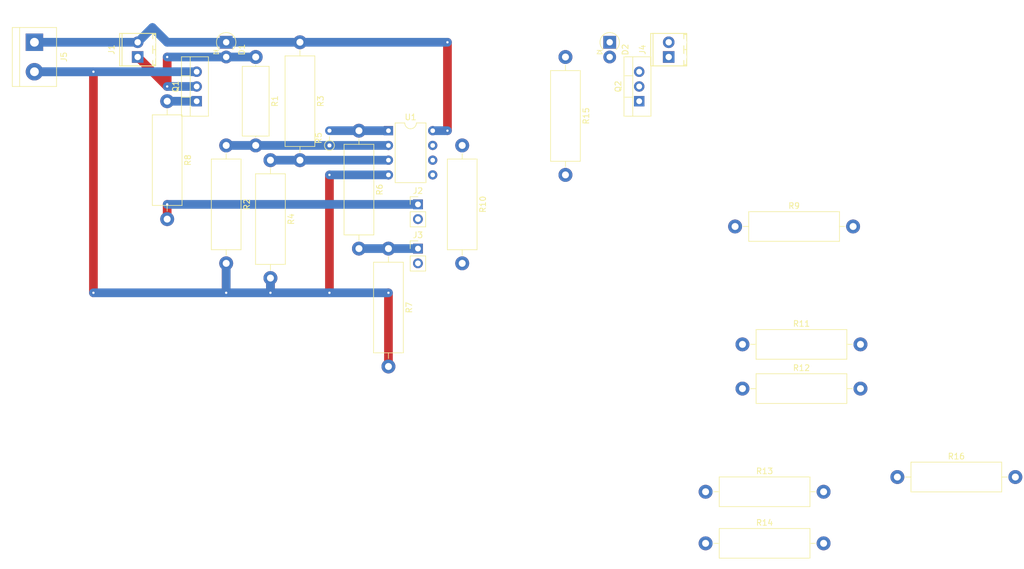
<source format=kicad_pcb>
(kicad_pcb (version 4) (host pcbnew 4.0.7-e2-6376~58~ubuntu14.04.1)

  (general
    (links 43)
    (no_connects 21)
    (area 0 0 0 0)
    (thickness 1.6)
    (drawings 0)
    (tracks 52)
    (zones 0)
    (modules 26)
    (nets 18)
  )

  (page A4)
  (title_block
    (title "Dual coil pendulum driver")
  )

  (layers
    (0 F.Cu signal)
    (31 B.Cu signal)
    (32 B.Adhes user)
    (33 F.Adhes user)
    (34 B.Paste user)
    (35 F.Paste user)
    (36 B.SilkS user)
    (37 F.SilkS user)
    (38 B.Mask user)
    (39 F.Mask user)
    (40 Dwgs.User user)
    (41 Cmts.User user)
    (42 Eco1.User user)
    (43 Eco2.User user)
    (44 Edge.Cuts user)
    (45 Margin user)
    (46 B.CrtYd user)
    (47 F.CrtYd user)
    (48 B.Fab user)
    (49 F.Fab user)
  )

  (setup
    (last_trace_width 1.5)
    (trace_clearance 0.2)
    (zone_clearance 0.508)
    (zone_45_only no)
    (trace_min 0.2)
    (segment_width 0.2)
    (edge_width 0.15)
    (via_size 0.6)
    (via_drill 0.4)
    (via_min_size 0.4)
    (via_min_drill 0.3)
    (uvia_size 0.3)
    (uvia_drill 0.1)
    (uvias_allowed no)
    (uvia_min_size 0.2)
    (uvia_min_drill 0.1)
    (pcb_text_width 0.3)
    (pcb_text_size 1.5 1.5)
    (mod_edge_width 0.15)
    (mod_text_size 1 1)
    (mod_text_width 0.15)
    (pad_size 1.524 1.524)
    (pad_drill 0.762)
    (pad_to_mask_clearance 0.2)
    (aux_axis_origin 0 0)
    (visible_elements FFFFFF7F)
    (pcbplotparams
      (layerselection 0x00030_80000001)
      (usegerberextensions false)
      (excludeedgelayer true)
      (linewidth 0.100000)
      (plotframeref false)
      (viasonmask false)
      (mode 1)
      (useauxorigin false)
      (hpglpennumber 1)
      (hpglpenspeed 20)
      (hpglpendiameter 15)
      (hpglpenoverlay 2)
      (psnegative false)
      (psa4output false)
      (plotreference true)
      (plotvalue true)
      (plotinvisibletext false)
      (padsonsilk false)
      (subtractmaskfromsilk false)
      (outputformat 1)
      (mirror false)
      (drillshape 1)
      (scaleselection 1)
      (outputdirectory ""))
  )

  (net 0 "")
  (net 1 VCC)
  (net 2 "Net-(D1-Pad2)")
  (net 3 "Net-(D2-Pad2)")
  (net 4 "Net-(J2-Pad1)")
  (net 5 "Net-(J2-Pad2)")
  (net 6 "Net-(J3-Pad1)")
  (net 7 "Net-(J3-Pad2)")
  (net 8 GND)
  (net 9 "Net-(Q1-Pad1)")
  (net 10 "Net-(Q2-Pad1)")
  (net 11 "Net-(Q2-Pad2)")
  (net 12 "Net-(R1-Pad2)")
  (net 13 "Net-(R3-Pad2)")
  (net 14 "Net-(R5-Pad2)")
  (net 15 "Net-(R10-Pad1)")
  (net 16 "Net-(R12-Pad2)")
  (net 17 "Net-(R15-Pad2)")

  (net_class Default "This is the default net class."
    (clearance 0.2)
    (trace_width 1.5)
    (via_dia 0.6)
    (via_drill 0.4)
    (uvia_dia 0.3)
    (uvia_drill 0.1)
    (add_net GND)
    (add_net "Net-(D1-Pad2)")
    (add_net "Net-(D2-Pad2)")
    (add_net "Net-(J2-Pad1)")
    (add_net "Net-(J2-Pad2)")
    (add_net "Net-(J3-Pad1)")
    (add_net "Net-(J3-Pad2)")
    (add_net "Net-(Q1-Pad1)")
    (add_net "Net-(Q2-Pad1)")
    (add_net "Net-(Q2-Pad2)")
    (add_net "Net-(R1-Pad2)")
    (add_net "Net-(R10-Pad1)")
    (add_net "Net-(R12-Pad2)")
    (add_net "Net-(R15-Pad2)")
    (add_net "Net-(R3-Pad2)")
    (add_net "Net-(R5-Pad2)")
    (add_net VCC)
  )

  (module Resistors_THT:R_Axial_DIN0516_L15.5mm_D5.0mm_P20.32mm_Horizontal (layer F.Cu) (tedit 5874F706) (tstamp 5A0FF8FB)
    (at 116.84 76.2 270)
    (descr "Resistor, Axial_DIN0516 series, Axial, Horizontal, pin pitch=20.32mm, 2W, length*diameter=15.5*5mm^2, http://cdn-reichelt.de/documents/datenblatt/B400/1_4W%23YAG.pdf")
    (tags "Resistor Axial_DIN0516 series Axial Horizontal pin pitch 20.32mm 2W length 15.5mm diameter 5mm")
    (path /5A0DE32A)
    (fp_text reference R3 (at 10.16 -3.56 270) (layer F.SilkS)
      (effects (font (size 1 1) (thickness 0.15)))
    )
    (fp_text value 1k (at 10.16 3.56 270) (layer F.Fab)
      (effects (font (size 1 1) (thickness 0.15)))
    )
    (fp_line (start 2.41 -2.5) (end 2.41 2.5) (layer F.Fab) (width 0.1))
    (fp_line (start 2.41 2.5) (end 17.91 2.5) (layer F.Fab) (width 0.1))
    (fp_line (start 17.91 2.5) (end 17.91 -2.5) (layer F.Fab) (width 0.1))
    (fp_line (start 17.91 -2.5) (end 2.41 -2.5) (layer F.Fab) (width 0.1))
    (fp_line (start 0 0) (end 2.41 0) (layer F.Fab) (width 0.1))
    (fp_line (start 20.32 0) (end 17.91 0) (layer F.Fab) (width 0.1))
    (fp_line (start 2.35 -2.56) (end 2.35 2.56) (layer F.SilkS) (width 0.12))
    (fp_line (start 2.35 2.56) (end 17.97 2.56) (layer F.SilkS) (width 0.12))
    (fp_line (start 17.97 2.56) (end 17.97 -2.56) (layer F.SilkS) (width 0.12))
    (fp_line (start 17.97 -2.56) (end 2.35 -2.56) (layer F.SilkS) (width 0.12))
    (fp_line (start 1.38 0) (end 2.35 0) (layer F.SilkS) (width 0.12))
    (fp_line (start 18.94 0) (end 17.97 0) (layer F.SilkS) (width 0.12))
    (fp_line (start -1.45 -2.85) (end -1.45 2.85) (layer F.CrtYd) (width 0.05))
    (fp_line (start -1.45 2.85) (end 21.8 2.85) (layer F.CrtYd) (width 0.05))
    (fp_line (start 21.8 2.85) (end 21.8 -2.85) (layer F.CrtYd) (width 0.05))
    (fp_line (start 21.8 -2.85) (end -1.45 -2.85) (layer F.CrtYd) (width 0.05))
    (pad 1 thru_hole circle (at 0 0 270) (size 2.4 2.4) (drill 1.2) (layers *.Cu *.Mask)
      (net 1 VCC))
    (pad 2 thru_hole oval (at 20.32 0 270) (size 2.4 2.4) (drill 1.2) (layers *.Cu *.Mask)
      (net 13 "Net-(R3-Pad2)"))
    (model ${KISYS3DMOD}/Resistors_THT.3dshapes/R_Axial_DIN0516_L15.5mm_D5.0mm_P20.32mm_Horizontal.wrl
      (at (xyz 0 0 0))
      (scale (xyz 0.393701 0.393701 0.393701))
      (rotate (xyz 0 0 0))
    )
  )

  (module Diodes_THT:D_DO-41_SOD81_P2.54mm_Vertical_AnodeUp (layer F.Cu) (tedit 5921392F) (tstamp 5A0FF8B3)
    (at 104.14 76.2 270)
    (descr "D, DO-41_SOD81 series, Axial, Vertical, pin pitch=2.54mm, , length*diameter=5.2*2.7mm^2, , http://www.diodes.com/_files/packages/DO-41%20(Plastic).pdf")
    (tags "D DO-41_SOD81 series Axial Vertical pin pitch 2.54mm  length 5.2mm diameter 2.7mm")
    (path /5A0E5CE7)
    (fp_text reference D1 (at 1.27 -2.690635 270) (layer F.SilkS)
      (effects (font (size 1 1) (thickness 0.15)))
    )
    (fp_text value D (at 1.27 3.579635 270) (layer F.Fab)
      (effects (font (size 1 1) (thickness 0.15)))
    )
    (fp_text user K (at -2.390635 0 270) (layer F.Fab)
      (effects (font (size 1 1) (thickness 0.15)))
    )
    (fp_text user %R (at 1.27 0 270) (layer F.Fab)
      (effects (font (size 1 1) (thickness 0.15)))
    )
    (fp_line (start 0 0) (end 2.54 0) (layer F.Fab) (width 0.1))
    (fp_line (start 1.397 1.28) (end 1.397 2.169) (layer F.SilkS) (width 0.12))
    (fp_line (start 1.397 1.7245) (end 1.989667 1.28) (layer F.SilkS) (width 0.12))
    (fp_line (start 1.989667 1.28) (end 1.989667 2.169) (layer F.SilkS) (width 0.12))
    (fp_line (start 1.989667 2.169) (end 1.397 1.7245) (layer F.SilkS) (width 0.12))
    (fp_line (start -1.7 -1.95) (end -1.7 1.95) (layer F.CrtYd) (width 0.05))
    (fp_line (start -1.7 1.95) (end 3.95 1.95) (layer F.CrtYd) (width 0.05))
    (fp_line (start 3.95 1.95) (end 3.95 -1.95) (layer F.CrtYd) (width 0.05))
    (fp_line (start 3.95 -1.95) (end -1.7 -1.95) (layer F.CrtYd) (width 0.05))
    (fp_circle (center 0 0) (end 1.35 0) (layer F.Fab) (width 0.1))
    (fp_arc (start 0 0) (end 1.257516 -1.1) (angle -276.1) (layer F.SilkS) (width 0.12))
    (pad 1 thru_hole rect (at 0 0 270) (size 2.2 2.2) (drill 1.1) (layers *.Cu *.Mask)
      (net 1 VCC))
    (pad 2 thru_hole oval (at 2.54 0 270) (size 2.2 2.2) (drill 1.1) (layers *.Cu *.Mask)
      (net 2 "Net-(D1-Pad2)"))
    (model ${KISYS3DMOD}/Diodes_THT.3dshapes/D_DO-41_SOD81_P2.54mm_Vertical_AnodeUp.wrl
      (at (xyz 0 0 0))
      (scale (xyz 0.393701 0.393701 0.393701))
      (rotate (xyz 0 0 0))
    )
  )

  (module Diodes_THT:D_DO-41_SOD81_P2.54mm_Vertical_AnodeUp (layer F.Cu) (tedit 5921392F) (tstamp 5A0FF8B9)
    (at 170.18 76.2 270)
    (descr "D, DO-41_SOD81 series, Axial, Vertical, pin pitch=2.54mm, , length*diameter=5.2*2.7mm^2, , http://www.diodes.com/_files/packages/DO-41%20(Plastic).pdf")
    (tags "D DO-41_SOD81 series Axial Vertical pin pitch 2.54mm  length 5.2mm diameter 2.7mm")
    (path /5A0FE2D9)
    (fp_text reference D2 (at 1.27 -2.690635 270) (layer F.SilkS)
      (effects (font (size 1 1) (thickness 0.15)))
    )
    (fp_text value D (at 1.27 3.579635 270) (layer F.Fab)
      (effects (font (size 1 1) (thickness 0.15)))
    )
    (fp_text user K (at -2.390635 0 270) (layer F.Fab)
      (effects (font (size 1 1) (thickness 0.15)))
    )
    (fp_text user %R (at 1.27 0 270) (layer F.Fab)
      (effects (font (size 1 1) (thickness 0.15)))
    )
    (fp_line (start 0 0) (end 2.54 0) (layer F.Fab) (width 0.1))
    (fp_line (start 1.397 1.28) (end 1.397 2.169) (layer F.SilkS) (width 0.12))
    (fp_line (start 1.397 1.7245) (end 1.989667 1.28) (layer F.SilkS) (width 0.12))
    (fp_line (start 1.989667 1.28) (end 1.989667 2.169) (layer F.SilkS) (width 0.12))
    (fp_line (start 1.989667 2.169) (end 1.397 1.7245) (layer F.SilkS) (width 0.12))
    (fp_line (start -1.7 -1.95) (end -1.7 1.95) (layer F.CrtYd) (width 0.05))
    (fp_line (start -1.7 1.95) (end 3.95 1.95) (layer F.CrtYd) (width 0.05))
    (fp_line (start 3.95 1.95) (end 3.95 -1.95) (layer F.CrtYd) (width 0.05))
    (fp_line (start 3.95 -1.95) (end -1.7 -1.95) (layer F.CrtYd) (width 0.05))
    (fp_circle (center 0 0) (end 1.35 0) (layer F.Fab) (width 0.1))
    (fp_arc (start 0 0) (end 1.257516 -1.1) (angle -276.1) (layer F.SilkS) (width 0.12))
    (pad 1 thru_hole rect (at 0 0 270) (size 2.2 2.2) (drill 1.1) (layers *.Cu *.Mask)
      (net 1 VCC))
    (pad 2 thru_hole oval (at 2.54 0 270) (size 2.2 2.2) (drill 1.1) (layers *.Cu *.Mask)
      (net 3 "Net-(D2-Pad2)"))
    (model ${KISYS3DMOD}/Diodes_THT.3dshapes/D_DO-41_SOD81_P2.54mm_Vertical_AnodeUp.wrl
      (at (xyz 0 0 0))
      (scale (xyz 0.393701 0.393701 0.393701))
      (rotate (xyz 0 0 0))
    )
  )

  (module TerminalBlocks_Phoenix:TerminalBlock_Phoenix_MPT-2.54mm_2pol (layer F.Cu) (tedit 59FF0755) (tstamp 5A0FF8C1)
    (at 88.9 78.74 90)
    (descr "2-way 2.54mm pitch terminal block, Phoenix MPT series")
    (path /5A0DE6BD)
    (fp_text reference J1 (at 1.27 -4.50088 90) (layer F.SilkS)
      (effects (font (size 1 1) (thickness 0.15)))
    )
    (fp_text value Screw_Terminal_01x02 (at 1.27 4.50088 90) (layer F.Fab)
      (effects (font (size 1 1) (thickness 0.15)))
    )
    (fp_text user %R (at 1.27 1.045 90) (layer F.Fab)
      (effects (font (size 1 1) (thickness 0.15)))
    )
    (fp_line (start -1.7 -3.3) (end 4.3 -3.3) (layer F.CrtYd) (width 0.05))
    (fp_line (start -1.7 3.3) (end -1.7 -3.3) (layer F.CrtYd) (width 0.05))
    (fp_line (start 4.3 3.3) (end -1.7 3.3) (layer F.CrtYd) (width 0.05))
    (fp_line (start 4.3 -3.3) (end 4.3 3.3) (layer F.CrtYd) (width 0.05))
    (fp_line (start 4.06908 2.60096) (end -1.52908 2.60096) (layer F.SilkS) (width 0.15))
    (fp_line (start -1.33096 3.0988) (end -1.33096 2.60096) (layer F.SilkS) (width 0.15))
    (fp_line (start 3.87096 2.60096) (end 3.87096 3.0988) (layer F.SilkS) (width 0.15))
    (fp_line (start 1.27 3.0988) (end 1.27 2.60096) (layer F.SilkS) (width 0.15))
    (fp_line (start -1.52908 -2.70002) (end 4.06908 -2.70002) (layer F.SilkS) (width 0.15))
    (fp_line (start -1.52908 3.0988) (end 4.06908 3.0988) (layer F.SilkS) (width 0.15))
    (fp_line (start 4.06908 3.0988) (end 4.06908 -3.0988) (layer F.SilkS) (width 0.15))
    (fp_line (start 4.06908 -3.0988) (end -1.52908 -3.0988) (layer F.SilkS) (width 0.15))
    (fp_line (start -1.52908 -3.0988) (end -1.52908 3.0988) (layer F.SilkS) (width 0.15))
    (pad 2 thru_hole oval (at 2.54 0 90) (size 1.99898 1.99898) (drill 1.09728) (layers *.Cu *.Mask)
      (net 1 VCC))
    (pad 1 thru_hole rect (at 0 0 90) (size 1.99898 1.99898) (drill 1.09728) (layers *.Cu *.Mask)
      (net 2 "Net-(D1-Pad2)"))
    (pad "" np_thru_hole circle (at 0 2.54 90) (size 1.1 1.1) (drill 1.1) (layers *.Cu *.Mask))
    (pad "" np_thru_hole circle (at 2.54 2.54 90) (size 1.1 1.1) (drill 1.1) (layers *.Cu *.Mask))
    (model ${KISYS3DMOD}/TerminalBlock_Phoenix.3dshapes/TerminalBlock_Phoenix_MPT-2.54mm_2pol.wrl
      (at (xyz 0.05 0 0))
      (scale (xyz 1 1 1))
      (rotate (xyz 0 0 0))
    )
  )

  (module Socket_Strips:Socket_Strip_Straight_1x02_Pitch2.54mm (layer F.Cu) (tedit 58CD5446) (tstamp 5A0FF8C7)
    (at 137.16 104.14)
    (descr "Through hole straight socket strip, 1x02, 2.54mm pitch, single row")
    (tags "Through hole socket strip THT 1x02 2.54mm single row")
    (path /5A1004C8)
    (fp_text reference J2 (at 0 -2.33) (layer F.SilkS)
      (effects (font (size 1 1) (thickness 0.15)))
    )
    (fp_text value Conn_01x02_Female (at 0 4.87) (layer F.Fab)
      (effects (font (size 1 1) (thickness 0.15)))
    )
    (fp_line (start -1.27 -1.27) (end -1.27 3.81) (layer F.Fab) (width 0.1))
    (fp_line (start -1.27 3.81) (end 1.27 3.81) (layer F.Fab) (width 0.1))
    (fp_line (start 1.27 3.81) (end 1.27 -1.27) (layer F.Fab) (width 0.1))
    (fp_line (start 1.27 -1.27) (end -1.27 -1.27) (layer F.Fab) (width 0.1))
    (fp_line (start -1.33 1.27) (end -1.33 3.87) (layer F.SilkS) (width 0.12))
    (fp_line (start -1.33 3.87) (end 1.33 3.87) (layer F.SilkS) (width 0.12))
    (fp_line (start 1.33 3.87) (end 1.33 1.27) (layer F.SilkS) (width 0.12))
    (fp_line (start 1.33 1.27) (end -1.33 1.27) (layer F.SilkS) (width 0.12))
    (fp_line (start -1.33 0) (end -1.33 -1.33) (layer F.SilkS) (width 0.12))
    (fp_line (start -1.33 -1.33) (end 0 -1.33) (layer F.SilkS) (width 0.12))
    (fp_line (start -1.8 -1.8) (end -1.8 4.35) (layer F.CrtYd) (width 0.05))
    (fp_line (start -1.8 4.35) (end 1.8 4.35) (layer F.CrtYd) (width 0.05))
    (fp_line (start 1.8 4.35) (end 1.8 -1.8) (layer F.CrtYd) (width 0.05))
    (fp_line (start 1.8 -1.8) (end -1.8 -1.8) (layer F.CrtYd) (width 0.05))
    (fp_text user %R (at 0 -2.33) (layer F.Fab)
      (effects (font (size 1 1) (thickness 0.15)))
    )
    (pad 1 thru_hole rect (at 0 0) (size 1.7 1.7) (drill 1) (layers *.Cu *.Mask)
      (net 4 "Net-(J2-Pad1)"))
    (pad 2 thru_hole oval (at 0 2.54) (size 1.7 1.7) (drill 1) (layers *.Cu *.Mask)
      (net 5 "Net-(J2-Pad2)"))
    (model ${KISYS3DMOD}/Socket_Strips.3dshapes/Socket_Strip_Straight_1x02_Pitch2.54mm.wrl
      (at (xyz 0 -0.05 0))
      (scale (xyz 1 1 1))
      (rotate (xyz 0 0 270))
    )
  )

  (module Socket_Strips:Socket_Strip_Straight_1x02_Pitch2.54mm (layer F.Cu) (tedit 58CD5446) (tstamp 5A0FF8CD)
    (at 137.16 111.76)
    (descr "Through hole straight socket strip, 1x02, 2.54mm pitch, single row")
    (tags "Through hole socket strip THT 1x02 2.54mm single row")
    (path /5A10043F)
    (fp_text reference J3 (at 0 -2.33) (layer F.SilkS)
      (effects (font (size 1 1) (thickness 0.15)))
    )
    (fp_text value Conn_01x02_Female (at 0 4.87) (layer F.Fab)
      (effects (font (size 1 1) (thickness 0.15)))
    )
    (fp_line (start -1.27 -1.27) (end -1.27 3.81) (layer F.Fab) (width 0.1))
    (fp_line (start -1.27 3.81) (end 1.27 3.81) (layer F.Fab) (width 0.1))
    (fp_line (start 1.27 3.81) (end 1.27 -1.27) (layer F.Fab) (width 0.1))
    (fp_line (start 1.27 -1.27) (end -1.27 -1.27) (layer F.Fab) (width 0.1))
    (fp_line (start -1.33 1.27) (end -1.33 3.87) (layer F.SilkS) (width 0.12))
    (fp_line (start -1.33 3.87) (end 1.33 3.87) (layer F.SilkS) (width 0.12))
    (fp_line (start 1.33 3.87) (end 1.33 1.27) (layer F.SilkS) (width 0.12))
    (fp_line (start 1.33 1.27) (end -1.33 1.27) (layer F.SilkS) (width 0.12))
    (fp_line (start -1.33 0) (end -1.33 -1.33) (layer F.SilkS) (width 0.12))
    (fp_line (start -1.33 -1.33) (end 0 -1.33) (layer F.SilkS) (width 0.12))
    (fp_line (start -1.8 -1.8) (end -1.8 4.35) (layer F.CrtYd) (width 0.05))
    (fp_line (start -1.8 4.35) (end 1.8 4.35) (layer F.CrtYd) (width 0.05))
    (fp_line (start 1.8 4.35) (end 1.8 -1.8) (layer F.CrtYd) (width 0.05))
    (fp_line (start 1.8 -1.8) (end -1.8 -1.8) (layer F.CrtYd) (width 0.05))
    (fp_text user %R (at 0 -2.33) (layer F.Fab)
      (effects (font (size 1 1) (thickness 0.15)))
    )
    (pad 1 thru_hole rect (at 0 0) (size 1.7 1.7) (drill 1) (layers *.Cu *.Mask)
      (net 6 "Net-(J3-Pad1)"))
    (pad 2 thru_hole oval (at 0 2.54) (size 1.7 1.7) (drill 1) (layers *.Cu *.Mask)
      (net 7 "Net-(J3-Pad2)"))
    (model ${KISYS3DMOD}/Socket_Strips.3dshapes/Socket_Strip_Straight_1x02_Pitch2.54mm.wrl
      (at (xyz 0 -0.05 0))
      (scale (xyz 1 1 1))
      (rotate (xyz 0 0 270))
    )
  )

  (module TerminalBlocks_Phoenix:TerminalBlock_Phoenix_MPT-2.54mm_2pol (layer F.Cu) (tedit 59FF0755) (tstamp 5A0FF8D5)
    (at 180.34 78.74 90)
    (descr "2-way 2.54mm pitch terminal block, Phoenix MPT series")
    (path /5A0FD45C)
    (fp_text reference J4 (at 1.27 -4.50088 90) (layer F.SilkS)
      (effects (font (size 1 1) (thickness 0.15)))
    )
    (fp_text value Screw_Terminal_01x02 (at 1.27 4.50088 90) (layer F.Fab)
      (effects (font (size 1 1) (thickness 0.15)))
    )
    (fp_text user %R (at 1.27 1.045 90) (layer F.Fab)
      (effects (font (size 1 1) (thickness 0.15)))
    )
    (fp_line (start -1.7 -3.3) (end 4.3 -3.3) (layer F.CrtYd) (width 0.05))
    (fp_line (start -1.7 3.3) (end -1.7 -3.3) (layer F.CrtYd) (width 0.05))
    (fp_line (start 4.3 3.3) (end -1.7 3.3) (layer F.CrtYd) (width 0.05))
    (fp_line (start 4.3 -3.3) (end 4.3 3.3) (layer F.CrtYd) (width 0.05))
    (fp_line (start 4.06908 2.60096) (end -1.52908 2.60096) (layer F.SilkS) (width 0.15))
    (fp_line (start -1.33096 3.0988) (end -1.33096 2.60096) (layer F.SilkS) (width 0.15))
    (fp_line (start 3.87096 2.60096) (end 3.87096 3.0988) (layer F.SilkS) (width 0.15))
    (fp_line (start 1.27 3.0988) (end 1.27 2.60096) (layer F.SilkS) (width 0.15))
    (fp_line (start -1.52908 -2.70002) (end 4.06908 -2.70002) (layer F.SilkS) (width 0.15))
    (fp_line (start -1.52908 3.0988) (end 4.06908 3.0988) (layer F.SilkS) (width 0.15))
    (fp_line (start 4.06908 3.0988) (end 4.06908 -3.0988) (layer F.SilkS) (width 0.15))
    (fp_line (start 4.06908 -3.0988) (end -1.52908 -3.0988) (layer F.SilkS) (width 0.15))
    (fp_line (start -1.52908 -3.0988) (end -1.52908 3.0988) (layer F.SilkS) (width 0.15))
    (pad 2 thru_hole oval (at 2.54 0 90) (size 1.99898 1.99898) (drill 1.09728) (layers *.Cu *.Mask)
      (net 1 VCC))
    (pad 1 thru_hole rect (at 0 0 90) (size 1.99898 1.99898) (drill 1.09728) (layers *.Cu *.Mask)
      (net 3 "Net-(D2-Pad2)"))
    (pad "" np_thru_hole circle (at 0 2.54 90) (size 1.1 1.1) (drill 1.1) (layers *.Cu *.Mask))
    (pad "" np_thru_hole circle (at 2.54 2.54 90) (size 1.1 1.1) (drill 1.1) (layers *.Cu *.Mask))
    (model ${KISYS3DMOD}/TerminalBlock_Phoenix.3dshapes/TerminalBlock_Phoenix_MPT-2.54mm_2pol.wrl
      (at (xyz 0.05 0 0))
      (scale (xyz 1 1 1))
      (rotate (xyz 0 0 0))
    )
  )

  (module Connectors_Terminal_Blocks:TerminalBlock_bornier-2_P5.08mm (layer F.Cu) (tedit 59FF03AB) (tstamp 5A0FF8DB)
    (at 71.12 76.2 270)
    (descr "simple 2-pin terminal block, pitch 5.08mm, revamped version of bornier2")
    (tags "terminal block bornier2")
    (path /5A100793)
    (fp_text reference J5 (at 2.54 -5.08 270) (layer F.SilkS)
      (effects (font (size 1 1) (thickness 0.15)))
    )
    (fp_text value Screw_Terminal_01x02 (at 2.54 5.08 270) (layer F.Fab)
      (effects (font (size 1 1) (thickness 0.15)))
    )
    (fp_text user %R (at 2.54 0 270) (layer F.Fab)
      (effects (font (size 1 1) (thickness 0.15)))
    )
    (fp_line (start -2.41 2.55) (end 7.49 2.55) (layer F.Fab) (width 0.1))
    (fp_line (start -2.46 -3.75) (end -2.46 3.75) (layer F.Fab) (width 0.1))
    (fp_line (start -2.46 3.75) (end 7.54 3.75) (layer F.Fab) (width 0.1))
    (fp_line (start 7.54 3.75) (end 7.54 -3.75) (layer F.Fab) (width 0.1))
    (fp_line (start 7.54 -3.75) (end -2.46 -3.75) (layer F.Fab) (width 0.1))
    (fp_line (start 7.62 2.54) (end -2.54 2.54) (layer F.SilkS) (width 0.12))
    (fp_line (start 7.62 3.81) (end 7.62 -3.81) (layer F.SilkS) (width 0.12))
    (fp_line (start 7.62 -3.81) (end -2.54 -3.81) (layer F.SilkS) (width 0.12))
    (fp_line (start -2.54 -3.81) (end -2.54 3.81) (layer F.SilkS) (width 0.12))
    (fp_line (start -2.54 3.81) (end 7.62 3.81) (layer F.SilkS) (width 0.12))
    (fp_line (start -2.71 -4) (end 7.79 -4) (layer F.CrtYd) (width 0.05))
    (fp_line (start -2.71 -4) (end -2.71 4) (layer F.CrtYd) (width 0.05))
    (fp_line (start 7.79 4) (end 7.79 -4) (layer F.CrtYd) (width 0.05))
    (fp_line (start 7.79 4) (end -2.71 4) (layer F.CrtYd) (width 0.05))
    (pad 1 thru_hole rect (at 0 0 270) (size 3 3) (drill 1.52) (layers *.Cu *.Mask)
      (net 1 VCC))
    (pad 2 thru_hole circle (at 5.08 0 270) (size 3 3) (drill 1.52) (layers *.Cu *.Mask)
      (net 8 GND))
    (model ${KISYS3DMOD}/Terminal_Blocks.3dshapes/TerminalBlock_bornier-2_P5.08mm.wrl
      (at (xyz 0.1 0 0))
      (scale (xyz 1 1 1))
      (rotate (xyz 0 0 0))
    )
  )

  (module TO_SOT_Packages_THT:TO-220-3_Vertical (layer F.Cu) (tedit 58CE52AD) (tstamp 5A0FF8E2)
    (at 99.06 86.36 90)
    (descr "TO-220-3, Vertical, RM 2.54mm")
    (tags "TO-220-3 Vertical RM 2.54mm")
    (path /5A0FFE3E)
    (fp_text reference Q1 (at 2.54 -3.62 90) (layer F.SilkS)
      (effects (font (size 1 1) (thickness 0.15)))
    )
    (fp_text value IRF540N (at 2.54 3.92 90) (layer F.Fab)
      (effects (font (size 1 1) (thickness 0.15)))
    )
    (fp_text user %R (at 2.54 -3.62 90) (layer F.Fab)
      (effects (font (size 1 1) (thickness 0.15)))
    )
    (fp_line (start -2.46 -2.5) (end -2.46 1.9) (layer F.Fab) (width 0.1))
    (fp_line (start -2.46 1.9) (end 7.54 1.9) (layer F.Fab) (width 0.1))
    (fp_line (start 7.54 1.9) (end 7.54 -2.5) (layer F.Fab) (width 0.1))
    (fp_line (start 7.54 -2.5) (end -2.46 -2.5) (layer F.Fab) (width 0.1))
    (fp_line (start -2.46 -1.23) (end 7.54 -1.23) (layer F.Fab) (width 0.1))
    (fp_line (start 0.69 -2.5) (end 0.69 -1.23) (layer F.Fab) (width 0.1))
    (fp_line (start 4.39 -2.5) (end 4.39 -1.23) (layer F.Fab) (width 0.1))
    (fp_line (start -2.58 -2.62) (end 7.66 -2.62) (layer F.SilkS) (width 0.12))
    (fp_line (start -2.58 2.021) (end 7.66 2.021) (layer F.SilkS) (width 0.12))
    (fp_line (start -2.58 -2.62) (end -2.58 2.021) (layer F.SilkS) (width 0.12))
    (fp_line (start 7.66 -2.62) (end 7.66 2.021) (layer F.SilkS) (width 0.12))
    (fp_line (start -2.58 -1.11) (end 7.66 -1.11) (layer F.SilkS) (width 0.12))
    (fp_line (start 0.69 -2.62) (end 0.69 -1.11) (layer F.SilkS) (width 0.12))
    (fp_line (start 4.391 -2.62) (end 4.391 -1.11) (layer F.SilkS) (width 0.12))
    (fp_line (start -2.71 -2.75) (end -2.71 2.16) (layer F.CrtYd) (width 0.05))
    (fp_line (start -2.71 2.16) (end 7.79 2.16) (layer F.CrtYd) (width 0.05))
    (fp_line (start 7.79 2.16) (end 7.79 -2.75) (layer F.CrtYd) (width 0.05))
    (fp_line (start 7.79 -2.75) (end -2.71 -2.75) (layer F.CrtYd) (width 0.05))
    (pad 1 thru_hole rect (at 0 0 90) (size 1.8 1.8) (drill 1) (layers *.Cu *.Mask)
      (net 9 "Net-(Q1-Pad1)"))
    (pad 2 thru_hole oval (at 2.54 0 90) (size 1.8 1.8) (drill 1) (layers *.Cu *.Mask)
      (net 2 "Net-(D1-Pad2)"))
    (pad 3 thru_hole oval (at 5.08 0 90) (size 1.8 1.8) (drill 1) (layers *.Cu *.Mask)
      (net 8 GND))
    (model ${KISYS3DMOD}/TO_SOT_Packages_THT.3dshapes/TO-220-3_Vertical.wrl
      (at (xyz 0.1 0 0))
      (scale (xyz 0.393701 0.393701 0.393701))
      (rotate (xyz 0 0 0))
    )
  )

  (module TO_SOT_Packages_THT:TO-220-3_Vertical (layer F.Cu) (tedit 58CE52AD) (tstamp 5A0FF8E9)
    (at 175.26 86.36 90)
    (descr "TO-220-3, Vertical, RM 2.54mm")
    (tags "TO-220-3 Vertical RM 2.54mm")
    (path /5A0FFF3F)
    (fp_text reference Q2 (at 2.54 -3.62 90) (layer F.SilkS)
      (effects (font (size 1 1) (thickness 0.15)))
    )
    (fp_text value IRF540N (at 2.54 3.92 90) (layer F.Fab)
      (effects (font (size 1 1) (thickness 0.15)))
    )
    (fp_text user %R (at 2.54 -3.62 90) (layer F.Fab)
      (effects (font (size 1 1) (thickness 0.15)))
    )
    (fp_line (start -2.46 -2.5) (end -2.46 1.9) (layer F.Fab) (width 0.1))
    (fp_line (start -2.46 1.9) (end 7.54 1.9) (layer F.Fab) (width 0.1))
    (fp_line (start 7.54 1.9) (end 7.54 -2.5) (layer F.Fab) (width 0.1))
    (fp_line (start 7.54 -2.5) (end -2.46 -2.5) (layer F.Fab) (width 0.1))
    (fp_line (start -2.46 -1.23) (end 7.54 -1.23) (layer F.Fab) (width 0.1))
    (fp_line (start 0.69 -2.5) (end 0.69 -1.23) (layer F.Fab) (width 0.1))
    (fp_line (start 4.39 -2.5) (end 4.39 -1.23) (layer F.Fab) (width 0.1))
    (fp_line (start -2.58 -2.62) (end 7.66 -2.62) (layer F.SilkS) (width 0.12))
    (fp_line (start -2.58 2.021) (end 7.66 2.021) (layer F.SilkS) (width 0.12))
    (fp_line (start -2.58 -2.62) (end -2.58 2.021) (layer F.SilkS) (width 0.12))
    (fp_line (start 7.66 -2.62) (end 7.66 2.021) (layer F.SilkS) (width 0.12))
    (fp_line (start -2.58 -1.11) (end 7.66 -1.11) (layer F.SilkS) (width 0.12))
    (fp_line (start 0.69 -2.62) (end 0.69 -1.11) (layer F.SilkS) (width 0.12))
    (fp_line (start 4.391 -2.62) (end 4.391 -1.11) (layer F.SilkS) (width 0.12))
    (fp_line (start -2.71 -2.75) (end -2.71 2.16) (layer F.CrtYd) (width 0.05))
    (fp_line (start -2.71 2.16) (end 7.79 2.16) (layer F.CrtYd) (width 0.05))
    (fp_line (start 7.79 2.16) (end 7.79 -2.75) (layer F.CrtYd) (width 0.05))
    (fp_line (start 7.79 -2.75) (end -2.71 -2.75) (layer F.CrtYd) (width 0.05))
    (pad 1 thru_hole rect (at 0 0 90) (size 1.8 1.8) (drill 1) (layers *.Cu *.Mask)
      (net 10 "Net-(Q2-Pad1)"))
    (pad 2 thru_hole oval (at 2.54 0 90) (size 1.8 1.8) (drill 1) (layers *.Cu *.Mask)
      (net 11 "Net-(Q2-Pad2)"))
    (pad 3 thru_hole oval (at 5.08 0 90) (size 1.8 1.8) (drill 1) (layers *.Cu *.Mask)
      (net 8 GND))
    (model ${KISYS3DMOD}/TO_SOT_Packages_THT.3dshapes/TO-220-3_Vertical.wrl
      (at (xyz 0.1 0 0))
      (scale (xyz 0.393701 0.393701 0.393701))
      (rotate (xyz 0 0 0))
    )
  )

  (module Resistors_THT:R_Axial_DIN0516_L15.5mm_D5.0mm_P20.32mm_Horizontal (layer F.Cu) (tedit 5874F706) (tstamp 5A0FF8F5)
    (at 104.14 93.98 270)
    (descr "Resistor, Axial_DIN0516 series, Axial, Horizontal, pin pitch=20.32mm, 2W, length*diameter=15.5*5mm^2, http://cdn-reichelt.de/documents/datenblatt/B400/1_4W%23YAG.pdf")
    (tags "Resistor Axial_DIN0516 series Axial Horizontal pin pitch 20.32mm 2W length 15.5mm diameter 5mm")
    (path /5A0DE375)
    (fp_text reference R2 (at 10.16 -3.56 270) (layer F.SilkS)
      (effects (font (size 1 1) (thickness 0.15)))
    )
    (fp_text value 1k (at 10.16 3.56 270) (layer F.Fab)
      (effects (font (size 1 1) (thickness 0.15)))
    )
    (fp_line (start 2.41 -2.5) (end 2.41 2.5) (layer F.Fab) (width 0.1))
    (fp_line (start 2.41 2.5) (end 17.91 2.5) (layer F.Fab) (width 0.1))
    (fp_line (start 17.91 2.5) (end 17.91 -2.5) (layer F.Fab) (width 0.1))
    (fp_line (start 17.91 -2.5) (end 2.41 -2.5) (layer F.Fab) (width 0.1))
    (fp_line (start 0 0) (end 2.41 0) (layer F.Fab) (width 0.1))
    (fp_line (start 20.32 0) (end 17.91 0) (layer F.Fab) (width 0.1))
    (fp_line (start 2.35 -2.56) (end 2.35 2.56) (layer F.SilkS) (width 0.12))
    (fp_line (start 2.35 2.56) (end 17.97 2.56) (layer F.SilkS) (width 0.12))
    (fp_line (start 17.97 2.56) (end 17.97 -2.56) (layer F.SilkS) (width 0.12))
    (fp_line (start 17.97 -2.56) (end 2.35 -2.56) (layer F.SilkS) (width 0.12))
    (fp_line (start 1.38 0) (end 2.35 0) (layer F.SilkS) (width 0.12))
    (fp_line (start 18.94 0) (end 17.97 0) (layer F.SilkS) (width 0.12))
    (fp_line (start -1.45 -2.85) (end -1.45 2.85) (layer F.CrtYd) (width 0.05))
    (fp_line (start -1.45 2.85) (end 21.8 2.85) (layer F.CrtYd) (width 0.05))
    (fp_line (start 21.8 2.85) (end 21.8 -2.85) (layer F.CrtYd) (width 0.05))
    (fp_line (start 21.8 -2.85) (end -1.45 -2.85) (layer F.CrtYd) (width 0.05))
    (pad 1 thru_hole circle (at 0 0 270) (size 2.4 2.4) (drill 1.2) (layers *.Cu *.Mask)
      (net 12 "Net-(R1-Pad2)"))
    (pad 2 thru_hole oval (at 20.32 0 270) (size 2.4 2.4) (drill 1.2) (layers *.Cu *.Mask)
      (net 8 GND))
    (model ${KISYS3DMOD}/Resistors_THT.3dshapes/R_Axial_DIN0516_L15.5mm_D5.0mm_P20.32mm_Horizontal.wrl
      (at (xyz 0 0 0))
      (scale (xyz 0.393701 0.393701 0.393701))
      (rotate (xyz 0 0 0))
    )
  )

  (module Resistors_THT:R_Axial_DIN0516_L15.5mm_D5.0mm_P20.32mm_Horizontal (layer F.Cu) (tedit 5874F706) (tstamp 5A0FF901)
    (at 111.76 96.52 270)
    (descr "Resistor, Axial_DIN0516 series, Axial, Horizontal, pin pitch=20.32mm, 2W, length*diameter=15.5*5mm^2, http://cdn-reichelt.de/documents/datenblatt/B400/1_4W%23YAG.pdf")
    (tags "Resistor Axial_DIN0516 series Axial Horizontal pin pitch 20.32mm 2W length 15.5mm diameter 5mm")
    (path /5A0DE41C)
    (fp_text reference R4 (at 10.16 -3.56 270) (layer F.SilkS)
      (effects (font (size 1 1) (thickness 0.15)))
    )
    (fp_text value 1k (at 10.16 3.56 270) (layer F.Fab)
      (effects (font (size 1 1) (thickness 0.15)))
    )
    (fp_line (start 2.41 -2.5) (end 2.41 2.5) (layer F.Fab) (width 0.1))
    (fp_line (start 2.41 2.5) (end 17.91 2.5) (layer F.Fab) (width 0.1))
    (fp_line (start 17.91 2.5) (end 17.91 -2.5) (layer F.Fab) (width 0.1))
    (fp_line (start 17.91 -2.5) (end 2.41 -2.5) (layer F.Fab) (width 0.1))
    (fp_line (start 0 0) (end 2.41 0) (layer F.Fab) (width 0.1))
    (fp_line (start 20.32 0) (end 17.91 0) (layer F.Fab) (width 0.1))
    (fp_line (start 2.35 -2.56) (end 2.35 2.56) (layer F.SilkS) (width 0.12))
    (fp_line (start 2.35 2.56) (end 17.97 2.56) (layer F.SilkS) (width 0.12))
    (fp_line (start 17.97 2.56) (end 17.97 -2.56) (layer F.SilkS) (width 0.12))
    (fp_line (start 17.97 -2.56) (end 2.35 -2.56) (layer F.SilkS) (width 0.12))
    (fp_line (start 1.38 0) (end 2.35 0) (layer F.SilkS) (width 0.12))
    (fp_line (start 18.94 0) (end 17.97 0) (layer F.SilkS) (width 0.12))
    (fp_line (start -1.45 -2.85) (end -1.45 2.85) (layer F.CrtYd) (width 0.05))
    (fp_line (start -1.45 2.85) (end 21.8 2.85) (layer F.CrtYd) (width 0.05))
    (fp_line (start 21.8 2.85) (end 21.8 -2.85) (layer F.CrtYd) (width 0.05))
    (fp_line (start 21.8 -2.85) (end -1.45 -2.85) (layer F.CrtYd) (width 0.05))
    (pad 1 thru_hole circle (at 0 0 270) (size 2.4 2.4) (drill 1.2) (layers *.Cu *.Mask)
      (net 13 "Net-(R3-Pad2)"))
    (pad 2 thru_hole oval (at 20.32 0 270) (size 2.4 2.4) (drill 1.2) (layers *.Cu *.Mask)
      (net 8 GND))
    (model ${KISYS3DMOD}/Resistors_THT.3dshapes/R_Axial_DIN0516_L15.5mm_D5.0mm_P20.32mm_Horizontal.wrl
      (at (xyz 0 0 0))
      (scale (xyz 0.393701 0.393701 0.393701))
      (rotate (xyz 0 0 0))
    )
  )

  (module Resistors_THT:R_Axial_DIN0516_L15.5mm_D5.0mm_P20.32mm_Horizontal (layer F.Cu) (tedit 5874F706) (tstamp 5A0FF90D)
    (at 127 91.44 270)
    (descr "Resistor, Axial_DIN0516 series, Axial, Horizontal, pin pitch=20.32mm, 2W, length*diameter=15.5*5mm^2, http://cdn-reichelt.de/documents/datenblatt/B400/1_4W%23YAG.pdf")
    (tags "Resistor Axial_DIN0516 series Axial Horizontal pin pitch 20.32mm 2W length 15.5mm diameter 5mm")
    (path /5A0DE4E4)
    (fp_text reference R6 (at 10.16 -3.56 270) (layer F.SilkS)
      (effects (font (size 1 1) (thickness 0.15)))
    )
    (fp_text value 2k7 (at 10.16 3.56 270) (layer F.Fab)
      (effects (font (size 1 1) (thickness 0.15)))
    )
    (fp_line (start 2.41 -2.5) (end 2.41 2.5) (layer F.Fab) (width 0.1))
    (fp_line (start 2.41 2.5) (end 17.91 2.5) (layer F.Fab) (width 0.1))
    (fp_line (start 17.91 2.5) (end 17.91 -2.5) (layer F.Fab) (width 0.1))
    (fp_line (start 17.91 -2.5) (end 2.41 -2.5) (layer F.Fab) (width 0.1))
    (fp_line (start 0 0) (end 2.41 0) (layer F.Fab) (width 0.1))
    (fp_line (start 20.32 0) (end 17.91 0) (layer F.Fab) (width 0.1))
    (fp_line (start 2.35 -2.56) (end 2.35 2.56) (layer F.SilkS) (width 0.12))
    (fp_line (start 2.35 2.56) (end 17.97 2.56) (layer F.SilkS) (width 0.12))
    (fp_line (start 17.97 2.56) (end 17.97 -2.56) (layer F.SilkS) (width 0.12))
    (fp_line (start 17.97 -2.56) (end 2.35 -2.56) (layer F.SilkS) (width 0.12))
    (fp_line (start 1.38 0) (end 2.35 0) (layer F.SilkS) (width 0.12))
    (fp_line (start 18.94 0) (end 17.97 0) (layer F.SilkS) (width 0.12))
    (fp_line (start -1.45 -2.85) (end -1.45 2.85) (layer F.CrtYd) (width 0.05))
    (fp_line (start -1.45 2.85) (end 21.8 2.85) (layer F.CrtYd) (width 0.05))
    (fp_line (start 21.8 2.85) (end 21.8 -2.85) (layer F.CrtYd) (width 0.05))
    (fp_line (start 21.8 -2.85) (end -1.45 -2.85) (layer F.CrtYd) (width 0.05))
    (pad 1 thru_hole circle (at 0 0 270) (size 2.4 2.4) (drill 1.2) (layers *.Cu *.Mask)
      (net 14 "Net-(R5-Pad2)"))
    (pad 2 thru_hole oval (at 20.32 0 270) (size 2.4 2.4) (drill 1.2) (layers *.Cu *.Mask)
      (net 6 "Net-(J3-Pad1)"))
    (model ${KISYS3DMOD}/Resistors_THT.3dshapes/R_Axial_DIN0516_L15.5mm_D5.0mm_P20.32mm_Horizontal.wrl
      (at (xyz 0 0 0))
      (scale (xyz 0.393701 0.393701 0.393701))
      (rotate (xyz 0 0 0))
    )
  )

  (module Resistors_THT:R_Axial_DIN0516_L15.5mm_D5.0mm_P20.32mm_Horizontal (layer F.Cu) (tedit 5874F706) (tstamp 5A0FF913)
    (at 132.08 111.76 270)
    (descr "Resistor, Axial_DIN0516 series, Axial, Horizontal, pin pitch=20.32mm, 2W, length*diameter=15.5*5mm^2, http://cdn-reichelt.de/documents/datenblatt/B400/1_4W%23YAG.pdf")
    (tags "Resistor Axial_DIN0516 series Axial Horizontal pin pitch 20.32mm 2W length 15.5mm diameter 5mm")
    (path /5A0DE50F)
    (fp_text reference R7 (at 10.16 -3.56 270) (layer F.SilkS)
      (effects (font (size 1 1) (thickness 0.15)))
    )
    (fp_text value 1k (at 10.16 3.56 270) (layer F.Fab)
      (effects (font (size 1 1) (thickness 0.15)))
    )
    (fp_line (start 2.41 -2.5) (end 2.41 2.5) (layer F.Fab) (width 0.1))
    (fp_line (start 2.41 2.5) (end 17.91 2.5) (layer F.Fab) (width 0.1))
    (fp_line (start 17.91 2.5) (end 17.91 -2.5) (layer F.Fab) (width 0.1))
    (fp_line (start 17.91 -2.5) (end 2.41 -2.5) (layer F.Fab) (width 0.1))
    (fp_line (start 0 0) (end 2.41 0) (layer F.Fab) (width 0.1))
    (fp_line (start 20.32 0) (end 17.91 0) (layer F.Fab) (width 0.1))
    (fp_line (start 2.35 -2.56) (end 2.35 2.56) (layer F.SilkS) (width 0.12))
    (fp_line (start 2.35 2.56) (end 17.97 2.56) (layer F.SilkS) (width 0.12))
    (fp_line (start 17.97 2.56) (end 17.97 -2.56) (layer F.SilkS) (width 0.12))
    (fp_line (start 17.97 -2.56) (end 2.35 -2.56) (layer F.SilkS) (width 0.12))
    (fp_line (start 1.38 0) (end 2.35 0) (layer F.SilkS) (width 0.12))
    (fp_line (start 18.94 0) (end 17.97 0) (layer F.SilkS) (width 0.12))
    (fp_line (start -1.45 -2.85) (end -1.45 2.85) (layer F.CrtYd) (width 0.05))
    (fp_line (start -1.45 2.85) (end 21.8 2.85) (layer F.CrtYd) (width 0.05))
    (fp_line (start 21.8 2.85) (end 21.8 -2.85) (layer F.CrtYd) (width 0.05))
    (fp_line (start 21.8 -2.85) (end -1.45 -2.85) (layer F.CrtYd) (width 0.05))
    (pad 1 thru_hole circle (at 0 0 270) (size 2.4 2.4) (drill 1.2) (layers *.Cu *.Mask)
      (net 6 "Net-(J3-Pad1)"))
    (pad 2 thru_hole oval (at 20.32 0 270) (size 2.4 2.4) (drill 1.2) (layers *.Cu *.Mask)
      (net 8 GND))
    (model ${KISYS3DMOD}/Resistors_THT.3dshapes/R_Axial_DIN0516_L15.5mm_D5.0mm_P20.32mm_Horizontal.wrl
      (at (xyz 0 0 0))
      (scale (xyz 0.393701 0.393701 0.393701))
      (rotate (xyz 0 0 0))
    )
  )

  (module Resistors_THT:R_Axial_DIN0516_L15.5mm_D5.0mm_P20.32mm_Horizontal (layer F.Cu) (tedit 5874F706) (tstamp 5A0FF919)
    (at 93.98 86.36 270)
    (descr "Resistor, Axial_DIN0516 series, Axial, Horizontal, pin pitch=20.32mm, 2W, length*diameter=15.5*5mm^2, http://cdn-reichelt.de/documents/datenblatt/B400/1_4W%23YAG.pdf")
    (tags "Resistor Axial_DIN0516 series Axial Horizontal pin pitch 20.32mm 2W length 15.5mm diameter 5mm")
    (path /5A100292)
    (fp_text reference R8 (at 10.16 -3.56 270) (layer F.SilkS)
      (effects (font (size 1 1) (thickness 0.15)))
    )
    (fp_text value 10k (at 10.16 3.56 270) (layer F.Fab)
      (effects (font (size 1 1) (thickness 0.15)))
    )
    (fp_line (start 2.41 -2.5) (end 2.41 2.5) (layer F.Fab) (width 0.1))
    (fp_line (start 2.41 2.5) (end 17.91 2.5) (layer F.Fab) (width 0.1))
    (fp_line (start 17.91 2.5) (end 17.91 -2.5) (layer F.Fab) (width 0.1))
    (fp_line (start 17.91 -2.5) (end 2.41 -2.5) (layer F.Fab) (width 0.1))
    (fp_line (start 0 0) (end 2.41 0) (layer F.Fab) (width 0.1))
    (fp_line (start 20.32 0) (end 17.91 0) (layer F.Fab) (width 0.1))
    (fp_line (start 2.35 -2.56) (end 2.35 2.56) (layer F.SilkS) (width 0.12))
    (fp_line (start 2.35 2.56) (end 17.97 2.56) (layer F.SilkS) (width 0.12))
    (fp_line (start 17.97 2.56) (end 17.97 -2.56) (layer F.SilkS) (width 0.12))
    (fp_line (start 17.97 -2.56) (end 2.35 -2.56) (layer F.SilkS) (width 0.12))
    (fp_line (start 1.38 0) (end 2.35 0) (layer F.SilkS) (width 0.12))
    (fp_line (start 18.94 0) (end 17.97 0) (layer F.SilkS) (width 0.12))
    (fp_line (start -1.45 -2.85) (end -1.45 2.85) (layer F.CrtYd) (width 0.05))
    (fp_line (start -1.45 2.85) (end 21.8 2.85) (layer F.CrtYd) (width 0.05))
    (fp_line (start 21.8 2.85) (end 21.8 -2.85) (layer F.CrtYd) (width 0.05))
    (fp_line (start 21.8 -2.85) (end -1.45 -2.85) (layer F.CrtYd) (width 0.05))
    (pad 1 thru_hole circle (at 0 0 270) (size 2.4 2.4) (drill 1.2) (layers *.Cu *.Mask)
      (net 9 "Net-(Q1-Pad1)"))
    (pad 2 thru_hole oval (at 20.32 0 270) (size 2.4 2.4) (drill 1.2) (layers *.Cu *.Mask)
      (net 4 "Net-(J2-Pad1)"))
    (model ${KISYS3DMOD}/Resistors_THT.3dshapes/R_Axial_DIN0516_L15.5mm_D5.0mm_P20.32mm_Horizontal.wrl
      (at (xyz 0 0 0))
      (scale (xyz 0.393701 0.393701 0.393701))
      (rotate (xyz 0 0 0))
    )
  )

  (module Resistors_THT:R_Axial_DIN0516_L15.5mm_D5.0mm_P20.32mm_Horizontal (layer F.Cu) (tedit 5874F706) (tstamp 5A0FF91F)
    (at 191.77 107.95)
    (descr "Resistor, Axial_DIN0516 series, Axial, Horizontal, pin pitch=20.32mm, 2W, length*diameter=15.5*5mm^2, http://cdn-reichelt.de/documents/datenblatt/B400/1_4W%23YAG.pdf")
    (tags "Resistor Axial_DIN0516 series Axial Horizontal pin pitch 20.32mm 2W length 15.5mm diameter 5mm")
    (path /5A100375)
    (fp_text reference R9 (at 10.16 -3.56) (layer F.SilkS)
      (effects (font (size 1 1) (thickness 0.15)))
    )
    (fp_text value 10k (at 10.16 3.56) (layer F.Fab)
      (effects (font (size 1 1) (thickness 0.15)))
    )
    (fp_line (start 2.41 -2.5) (end 2.41 2.5) (layer F.Fab) (width 0.1))
    (fp_line (start 2.41 2.5) (end 17.91 2.5) (layer F.Fab) (width 0.1))
    (fp_line (start 17.91 2.5) (end 17.91 -2.5) (layer F.Fab) (width 0.1))
    (fp_line (start 17.91 -2.5) (end 2.41 -2.5) (layer F.Fab) (width 0.1))
    (fp_line (start 0 0) (end 2.41 0) (layer F.Fab) (width 0.1))
    (fp_line (start 20.32 0) (end 17.91 0) (layer F.Fab) (width 0.1))
    (fp_line (start 2.35 -2.56) (end 2.35 2.56) (layer F.SilkS) (width 0.12))
    (fp_line (start 2.35 2.56) (end 17.97 2.56) (layer F.SilkS) (width 0.12))
    (fp_line (start 17.97 2.56) (end 17.97 -2.56) (layer F.SilkS) (width 0.12))
    (fp_line (start 17.97 -2.56) (end 2.35 -2.56) (layer F.SilkS) (width 0.12))
    (fp_line (start 1.38 0) (end 2.35 0) (layer F.SilkS) (width 0.12))
    (fp_line (start 18.94 0) (end 17.97 0) (layer F.SilkS) (width 0.12))
    (fp_line (start -1.45 -2.85) (end -1.45 2.85) (layer F.CrtYd) (width 0.05))
    (fp_line (start -1.45 2.85) (end 21.8 2.85) (layer F.CrtYd) (width 0.05))
    (fp_line (start 21.8 2.85) (end 21.8 -2.85) (layer F.CrtYd) (width 0.05))
    (fp_line (start 21.8 -2.85) (end -1.45 -2.85) (layer F.CrtYd) (width 0.05))
    (pad 1 thru_hole circle (at 0 0) (size 2.4 2.4) (drill 1.2) (layers *.Cu *.Mask)
      (net 10 "Net-(Q2-Pad1)"))
    (pad 2 thru_hole oval (at 20.32 0) (size 2.4 2.4) (drill 1.2) (layers *.Cu *.Mask)
      (net 5 "Net-(J2-Pad2)"))
    (model ${KISYS3DMOD}/Resistors_THT.3dshapes/R_Axial_DIN0516_L15.5mm_D5.0mm_P20.32mm_Horizontal.wrl
      (at (xyz 0 0 0))
      (scale (xyz 0.393701 0.393701 0.393701))
      (rotate (xyz 0 0 0))
    )
  )

  (module Resistors_THT:R_Axial_DIN0516_L15.5mm_D5.0mm_P20.32mm_Horizontal (layer F.Cu) (tedit 5874F706) (tstamp 5A0FF925)
    (at 144.78 93.98 270)
    (descr "Resistor, Axial_DIN0516 series, Axial, Horizontal, pin pitch=20.32mm, 2W, length*diameter=15.5*5mm^2, http://cdn-reichelt.de/documents/datenblatt/B400/1_4W%23YAG.pdf")
    (tags "Resistor Axial_DIN0516 series Axial Horizontal pin pitch 20.32mm 2W length 15.5mm diameter 5mm")
    (path /5A0FE879)
    (fp_text reference R10 (at 10.16 -3.56 270) (layer F.SilkS)
      (effects (font (size 1 1) (thickness 0.15)))
    )
    (fp_text value 2k7 (at 10.16 3.56 270) (layer F.Fab)
      (effects (font (size 1 1) (thickness 0.15)))
    )
    (fp_line (start 2.41 -2.5) (end 2.41 2.5) (layer F.Fab) (width 0.1))
    (fp_line (start 2.41 2.5) (end 17.91 2.5) (layer F.Fab) (width 0.1))
    (fp_line (start 17.91 2.5) (end 17.91 -2.5) (layer F.Fab) (width 0.1))
    (fp_line (start 17.91 -2.5) (end 2.41 -2.5) (layer F.Fab) (width 0.1))
    (fp_line (start 0 0) (end 2.41 0) (layer F.Fab) (width 0.1))
    (fp_line (start 20.32 0) (end 17.91 0) (layer F.Fab) (width 0.1))
    (fp_line (start 2.35 -2.56) (end 2.35 2.56) (layer F.SilkS) (width 0.12))
    (fp_line (start 2.35 2.56) (end 17.97 2.56) (layer F.SilkS) (width 0.12))
    (fp_line (start 17.97 2.56) (end 17.97 -2.56) (layer F.SilkS) (width 0.12))
    (fp_line (start 17.97 -2.56) (end 2.35 -2.56) (layer F.SilkS) (width 0.12))
    (fp_line (start 1.38 0) (end 2.35 0) (layer F.SilkS) (width 0.12))
    (fp_line (start 18.94 0) (end 17.97 0) (layer F.SilkS) (width 0.12))
    (fp_line (start -1.45 -2.85) (end -1.45 2.85) (layer F.CrtYd) (width 0.05))
    (fp_line (start -1.45 2.85) (end 21.8 2.85) (layer F.CrtYd) (width 0.05))
    (fp_line (start 21.8 2.85) (end 21.8 -2.85) (layer F.CrtYd) (width 0.05))
    (fp_line (start 21.8 -2.85) (end -1.45 -2.85) (layer F.CrtYd) (width 0.05))
    (pad 1 thru_hole circle (at 0 0 270) (size 2.4 2.4) (drill 1.2) (layers *.Cu *.Mask)
      (net 15 "Net-(R10-Pad1)"))
    (pad 2 thru_hole oval (at 20.32 0 270) (size 2.4 2.4) (drill 1.2) (layers *.Cu *.Mask)
      (net 7 "Net-(J3-Pad2)"))
    (model ${KISYS3DMOD}/Resistors_THT.3dshapes/R_Axial_DIN0516_L15.5mm_D5.0mm_P20.32mm_Horizontal.wrl
      (at (xyz 0 0 0))
      (scale (xyz 0.393701 0.393701 0.393701))
      (rotate (xyz 0 0 0))
    )
  )

  (module Resistors_THT:R_Axial_DIN0516_L15.5mm_D5.0mm_P20.32mm_Horizontal (layer F.Cu) (tedit 5874F706) (tstamp 5A0FF92B)
    (at 193.04 128.27)
    (descr "Resistor, Axial_DIN0516 series, Axial, Horizontal, pin pitch=20.32mm, 2W, length*diameter=15.5*5mm^2, http://cdn-reichelt.de/documents/datenblatt/B400/1_4W%23YAG.pdf")
    (tags "Resistor Axial_DIN0516 series Axial Horizontal pin pitch 20.32mm 2W length 15.5mm diameter 5mm")
    (path /5A0FE93B)
    (fp_text reference R11 (at 10.16 -3.56) (layer F.SilkS)
      (effects (font (size 1 1) (thickness 0.15)))
    )
    (fp_text value 1k (at 10.16 3.56) (layer F.Fab)
      (effects (font (size 1 1) (thickness 0.15)))
    )
    (fp_line (start 2.41 -2.5) (end 2.41 2.5) (layer F.Fab) (width 0.1))
    (fp_line (start 2.41 2.5) (end 17.91 2.5) (layer F.Fab) (width 0.1))
    (fp_line (start 17.91 2.5) (end 17.91 -2.5) (layer F.Fab) (width 0.1))
    (fp_line (start 17.91 -2.5) (end 2.41 -2.5) (layer F.Fab) (width 0.1))
    (fp_line (start 0 0) (end 2.41 0) (layer F.Fab) (width 0.1))
    (fp_line (start 20.32 0) (end 17.91 0) (layer F.Fab) (width 0.1))
    (fp_line (start 2.35 -2.56) (end 2.35 2.56) (layer F.SilkS) (width 0.12))
    (fp_line (start 2.35 2.56) (end 17.97 2.56) (layer F.SilkS) (width 0.12))
    (fp_line (start 17.97 2.56) (end 17.97 -2.56) (layer F.SilkS) (width 0.12))
    (fp_line (start 17.97 -2.56) (end 2.35 -2.56) (layer F.SilkS) (width 0.12))
    (fp_line (start 1.38 0) (end 2.35 0) (layer F.SilkS) (width 0.12))
    (fp_line (start 18.94 0) (end 17.97 0) (layer F.SilkS) (width 0.12))
    (fp_line (start -1.45 -2.85) (end -1.45 2.85) (layer F.CrtYd) (width 0.05))
    (fp_line (start -1.45 2.85) (end 21.8 2.85) (layer F.CrtYd) (width 0.05))
    (fp_line (start 21.8 2.85) (end 21.8 -2.85) (layer F.CrtYd) (width 0.05))
    (fp_line (start 21.8 -2.85) (end -1.45 -2.85) (layer F.CrtYd) (width 0.05))
    (pad 1 thru_hole circle (at 0 0) (size 2.4 2.4) (drill 1.2) (layers *.Cu *.Mask)
      (net 7 "Net-(J3-Pad2)"))
    (pad 2 thru_hole oval (at 20.32 0) (size 2.4 2.4) (drill 1.2) (layers *.Cu *.Mask)
      (net 8 GND))
    (model ${KISYS3DMOD}/Resistors_THT.3dshapes/R_Axial_DIN0516_L15.5mm_D5.0mm_P20.32mm_Horizontal.wrl
      (at (xyz 0 0 0))
      (scale (xyz 0.393701 0.393701 0.393701))
      (rotate (xyz 0 0 0))
    )
  )

  (module Resistors_THT:R_Axial_DIN0516_L15.5mm_D5.0mm_P20.32mm_Horizontal (layer F.Cu) (tedit 5874F706) (tstamp 5A0FF931)
    (at 193.04 135.89)
    (descr "Resistor, Axial_DIN0516 series, Axial, Horizontal, pin pitch=20.32mm, 2W, length*diameter=15.5*5mm^2, http://cdn-reichelt.de/documents/datenblatt/B400/1_4W%23YAG.pdf")
    (tags "Resistor Axial_DIN0516 series Axial Horizontal pin pitch 20.32mm 2W length 15.5mm diameter 5mm")
    (path /5A0FE9EB)
    (fp_text reference R12 (at 10.16 -3.56) (layer F.SilkS)
      (effects (font (size 1 1) (thickness 0.15)))
    )
    (fp_text value 100k (at 10.16 3.56) (layer F.Fab)
      (effects (font (size 1 1) (thickness 0.15)))
    )
    (fp_line (start 2.41 -2.5) (end 2.41 2.5) (layer F.Fab) (width 0.1))
    (fp_line (start 2.41 2.5) (end 17.91 2.5) (layer F.Fab) (width 0.1))
    (fp_line (start 17.91 2.5) (end 17.91 -2.5) (layer F.Fab) (width 0.1))
    (fp_line (start 17.91 -2.5) (end 2.41 -2.5) (layer F.Fab) (width 0.1))
    (fp_line (start 0 0) (end 2.41 0) (layer F.Fab) (width 0.1))
    (fp_line (start 20.32 0) (end 17.91 0) (layer F.Fab) (width 0.1))
    (fp_line (start 2.35 -2.56) (end 2.35 2.56) (layer F.SilkS) (width 0.12))
    (fp_line (start 2.35 2.56) (end 17.97 2.56) (layer F.SilkS) (width 0.12))
    (fp_line (start 17.97 2.56) (end 17.97 -2.56) (layer F.SilkS) (width 0.12))
    (fp_line (start 17.97 -2.56) (end 2.35 -2.56) (layer F.SilkS) (width 0.12))
    (fp_line (start 1.38 0) (end 2.35 0) (layer F.SilkS) (width 0.12))
    (fp_line (start 18.94 0) (end 17.97 0) (layer F.SilkS) (width 0.12))
    (fp_line (start -1.45 -2.85) (end -1.45 2.85) (layer F.CrtYd) (width 0.05))
    (fp_line (start -1.45 2.85) (end 21.8 2.85) (layer F.CrtYd) (width 0.05))
    (fp_line (start 21.8 2.85) (end 21.8 -2.85) (layer F.CrtYd) (width 0.05))
    (fp_line (start 21.8 -2.85) (end -1.45 -2.85) (layer F.CrtYd) (width 0.05))
    (pad 1 thru_hole circle (at 0 0) (size 2.4 2.4) (drill 1.2) (layers *.Cu *.Mask)
      (net 15 "Net-(R10-Pad1)"))
    (pad 2 thru_hole oval (at 20.32 0) (size 2.4 2.4) (drill 1.2) (layers *.Cu *.Mask)
      (net 16 "Net-(R12-Pad2)"))
    (model ${KISYS3DMOD}/Resistors_THT.3dshapes/R_Axial_DIN0516_L15.5mm_D5.0mm_P20.32mm_Horizontal.wrl
      (at (xyz 0 0 0))
      (scale (xyz 0.393701 0.393701 0.393701))
      (rotate (xyz 0 0 0))
    )
  )

  (module Resistors_THT:R_Axial_DIN0516_L15.5mm_D5.0mm_P20.32mm_Horizontal (layer F.Cu) (tedit 5874F706) (tstamp 5A0FF937)
    (at 186.69 153.67)
    (descr "Resistor, Axial_DIN0516 series, Axial, Horizontal, pin pitch=20.32mm, 2W, length*diameter=15.5*5mm^2, http://cdn-reichelt.de/documents/datenblatt/B400/1_4W%23YAG.pdf")
    (tags "Resistor Axial_DIN0516 series Axial Horizontal pin pitch 20.32mm 2W length 15.5mm diameter 5mm")
    (path /5A0FE3C0)
    (fp_text reference R13 (at 10.16 -3.56) (layer F.SilkS)
      (effects (font (size 1 1) (thickness 0.15)))
    )
    (fp_text value 1k (at 10.16 3.56) (layer F.Fab)
      (effects (font (size 1 1) (thickness 0.15)))
    )
    (fp_line (start 2.41 -2.5) (end 2.41 2.5) (layer F.Fab) (width 0.1))
    (fp_line (start 2.41 2.5) (end 17.91 2.5) (layer F.Fab) (width 0.1))
    (fp_line (start 17.91 2.5) (end 17.91 -2.5) (layer F.Fab) (width 0.1))
    (fp_line (start 17.91 -2.5) (end 2.41 -2.5) (layer F.Fab) (width 0.1))
    (fp_line (start 0 0) (end 2.41 0) (layer F.Fab) (width 0.1))
    (fp_line (start 20.32 0) (end 17.91 0) (layer F.Fab) (width 0.1))
    (fp_line (start 2.35 -2.56) (end 2.35 2.56) (layer F.SilkS) (width 0.12))
    (fp_line (start 2.35 2.56) (end 17.97 2.56) (layer F.SilkS) (width 0.12))
    (fp_line (start 17.97 2.56) (end 17.97 -2.56) (layer F.SilkS) (width 0.12))
    (fp_line (start 17.97 -2.56) (end 2.35 -2.56) (layer F.SilkS) (width 0.12))
    (fp_line (start 1.38 0) (end 2.35 0) (layer F.SilkS) (width 0.12))
    (fp_line (start 18.94 0) (end 17.97 0) (layer F.SilkS) (width 0.12))
    (fp_line (start -1.45 -2.85) (end -1.45 2.85) (layer F.CrtYd) (width 0.05))
    (fp_line (start -1.45 2.85) (end 21.8 2.85) (layer F.CrtYd) (width 0.05))
    (fp_line (start 21.8 2.85) (end 21.8 -2.85) (layer F.CrtYd) (width 0.05))
    (fp_line (start 21.8 -2.85) (end -1.45 -2.85) (layer F.CrtYd) (width 0.05))
    (pad 1 thru_hole circle (at 0 0) (size 2.4 2.4) (drill 1.2) (layers *.Cu *.Mask)
      (net 11 "Net-(Q2-Pad2)"))
    (pad 2 thru_hole oval (at 20.32 0) (size 2.4 2.4) (drill 1.2) (layers *.Cu *.Mask)
      (net 16 "Net-(R12-Pad2)"))
    (model ${KISYS3DMOD}/Resistors_THT.3dshapes/R_Axial_DIN0516_L15.5mm_D5.0mm_P20.32mm_Horizontal.wrl
      (at (xyz 0 0 0))
      (scale (xyz 0.393701 0.393701 0.393701))
      (rotate (xyz 0 0 0))
    )
  )

  (module Resistors_THT:R_Axial_DIN0516_L15.5mm_D5.0mm_P20.32mm_Horizontal (layer F.Cu) (tedit 5874F706) (tstamp 5A0FF93D)
    (at 186.69 162.56)
    (descr "Resistor, Axial_DIN0516 series, Axial, Horizontal, pin pitch=20.32mm, 2W, length*diameter=15.5*5mm^2, http://cdn-reichelt.de/documents/datenblatt/B400/1_4W%23YAG.pdf")
    (tags "Resistor Axial_DIN0516 series Axial Horizontal pin pitch 20.32mm 2W length 15.5mm diameter 5mm")
    (path /5A0FE666)
    (fp_text reference R14 (at 10.16 -3.56) (layer F.SilkS)
      (effects (font (size 1 1) (thickness 0.15)))
    )
    (fp_text value 1k (at 10.16 3.56) (layer F.Fab)
      (effects (font (size 1 1) (thickness 0.15)))
    )
    (fp_line (start 2.41 -2.5) (end 2.41 2.5) (layer F.Fab) (width 0.1))
    (fp_line (start 2.41 2.5) (end 17.91 2.5) (layer F.Fab) (width 0.1))
    (fp_line (start 17.91 2.5) (end 17.91 -2.5) (layer F.Fab) (width 0.1))
    (fp_line (start 17.91 -2.5) (end 2.41 -2.5) (layer F.Fab) (width 0.1))
    (fp_line (start 0 0) (end 2.41 0) (layer F.Fab) (width 0.1))
    (fp_line (start 20.32 0) (end 17.91 0) (layer F.Fab) (width 0.1))
    (fp_line (start 2.35 -2.56) (end 2.35 2.56) (layer F.SilkS) (width 0.12))
    (fp_line (start 2.35 2.56) (end 17.97 2.56) (layer F.SilkS) (width 0.12))
    (fp_line (start 17.97 2.56) (end 17.97 -2.56) (layer F.SilkS) (width 0.12))
    (fp_line (start 17.97 -2.56) (end 2.35 -2.56) (layer F.SilkS) (width 0.12))
    (fp_line (start 1.38 0) (end 2.35 0) (layer F.SilkS) (width 0.12))
    (fp_line (start 18.94 0) (end 17.97 0) (layer F.SilkS) (width 0.12))
    (fp_line (start -1.45 -2.85) (end -1.45 2.85) (layer F.CrtYd) (width 0.05))
    (fp_line (start -1.45 2.85) (end 21.8 2.85) (layer F.CrtYd) (width 0.05))
    (fp_line (start 21.8 2.85) (end 21.8 -2.85) (layer F.CrtYd) (width 0.05))
    (fp_line (start 21.8 -2.85) (end -1.45 -2.85) (layer F.CrtYd) (width 0.05))
    (pad 1 thru_hole circle (at 0 0) (size 2.4 2.4) (drill 1.2) (layers *.Cu *.Mask)
      (net 16 "Net-(R12-Pad2)"))
    (pad 2 thru_hole oval (at 20.32 0) (size 2.4 2.4) (drill 1.2) (layers *.Cu *.Mask)
      (net 8 GND))
    (model ${KISYS3DMOD}/Resistors_THT.3dshapes/R_Axial_DIN0516_L15.5mm_D5.0mm_P20.32mm_Horizontal.wrl
      (at (xyz 0 0 0))
      (scale (xyz 0.393701 0.393701 0.393701))
      (rotate (xyz 0 0 0))
    )
  )

  (module Resistors_THT:R_Axial_DIN0516_L15.5mm_D5.0mm_P20.32mm_Horizontal (layer F.Cu) (tedit 5874F706) (tstamp 5A0FF943)
    (at 162.56 78.74 270)
    (descr "Resistor, Axial_DIN0516 series, Axial, Horizontal, pin pitch=20.32mm, 2W, length*diameter=15.5*5mm^2, http://cdn-reichelt.de/documents/datenblatt/B400/1_4W%23YAG.pdf")
    (tags "Resistor Axial_DIN0516 series Axial Horizontal pin pitch 20.32mm 2W length 15.5mm diameter 5mm")
    (path /5A0FE57A)
    (fp_text reference R15 (at 10.16 -3.56 270) (layer F.SilkS)
      (effects (font (size 1 1) (thickness 0.15)))
    )
    (fp_text value 1k (at 10.16 3.56 270) (layer F.Fab)
      (effects (font (size 1 1) (thickness 0.15)))
    )
    (fp_line (start 2.41 -2.5) (end 2.41 2.5) (layer F.Fab) (width 0.1))
    (fp_line (start 2.41 2.5) (end 17.91 2.5) (layer F.Fab) (width 0.1))
    (fp_line (start 17.91 2.5) (end 17.91 -2.5) (layer F.Fab) (width 0.1))
    (fp_line (start 17.91 -2.5) (end 2.41 -2.5) (layer F.Fab) (width 0.1))
    (fp_line (start 0 0) (end 2.41 0) (layer F.Fab) (width 0.1))
    (fp_line (start 20.32 0) (end 17.91 0) (layer F.Fab) (width 0.1))
    (fp_line (start 2.35 -2.56) (end 2.35 2.56) (layer F.SilkS) (width 0.12))
    (fp_line (start 2.35 2.56) (end 17.97 2.56) (layer F.SilkS) (width 0.12))
    (fp_line (start 17.97 2.56) (end 17.97 -2.56) (layer F.SilkS) (width 0.12))
    (fp_line (start 17.97 -2.56) (end 2.35 -2.56) (layer F.SilkS) (width 0.12))
    (fp_line (start 1.38 0) (end 2.35 0) (layer F.SilkS) (width 0.12))
    (fp_line (start 18.94 0) (end 17.97 0) (layer F.SilkS) (width 0.12))
    (fp_line (start -1.45 -2.85) (end -1.45 2.85) (layer F.CrtYd) (width 0.05))
    (fp_line (start -1.45 2.85) (end 21.8 2.85) (layer F.CrtYd) (width 0.05))
    (fp_line (start 21.8 2.85) (end 21.8 -2.85) (layer F.CrtYd) (width 0.05))
    (fp_line (start 21.8 -2.85) (end -1.45 -2.85) (layer F.CrtYd) (width 0.05))
    (pad 1 thru_hole circle (at 0 0 270) (size 2.4 2.4) (drill 1.2) (layers *.Cu *.Mask)
      (net 1 VCC))
    (pad 2 thru_hole oval (at 20.32 0 270) (size 2.4 2.4) (drill 1.2) (layers *.Cu *.Mask)
      (net 17 "Net-(R15-Pad2)"))
    (model ${KISYS3DMOD}/Resistors_THT.3dshapes/R_Axial_DIN0516_L15.5mm_D5.0mm_P20.32mm_Horizontal.wrl
      (at (xyz 0 0 0))
      (scale (xyz 0.393701 0.393701 0.393701))
      (rotate (xyz 0 0 0))
    )
  )

  (module Resistors_THT:R_Axial_DIN0516_L15.5mm_D5.0mm_P20.32mm_Horizontal (layer F.Cu) (tedit 5874F706) (tstamp 5A0FF949)
    (at 219.71 151.13)
    (descr "Resistor, Axial_DIN0516 series, Axial, Horizontal, pin pitch=20.32mm, 2W, length*diameter=15.5*5mm^2, http://cdn-reichelt.de/documents/datenblatt/B400/1_4W%23YAG.pdf")
    (tags "Resistor Axial_DIN0516 series Axial Horizontal pin pitch 20.32mm 2W length 15.5mm diameter 5mm")
    (path /5A0FE768)
    (fp_text reference R16 (at 10.16 -3.56) (layer F.SilkS)
      (effects (font (size 1 1) (thickness 0.15)))
    )
    (fp_text value 1k (at 10.16 3.56) (layer F.Fab)
      (effects (font (size 1 1) (thickness 0.15)))
    )
    (fp_line (start 2.41 -2.5) (end 2.41 2.5) (layer F.Fab) (width 0.1))
    (fp_line (start 2.41 2.5) (end 17.91 2.5) (layer F.Fab) (width 0.1))
    (fp_line (start 17.91 2.5) (end 17.91 -2.5) (layer F.Fab) (width 0.1))
    (fp_line (start 17.91 -2.5) (end 2.41 -2.5) (layer F.Fab) (width 0.1))
    (fp_line (start 0 0) (end 2.41 0) (layer F.Fab) (width 0.1))
    (fp_line (start 20.32 0) (end 17.91 0) (layer F.Fab) (width 0.1))
    (fp_line (start 2.35 -2.56) (end 2.35 2.56) (layer F.SilkS) (width 0.12))
    (fp_line (start 2.35 2.56) (end 17.97 2.56) (layer F.SilkS) (width 0.12))
    (fp_line (start 17.97 2.56) (end 17.97 -2.56) (layer F.SilkS) (width 0.12))
    (fp_line (start 17.97 -2.56) (end 2.35 -2.56) (layer F.SilkS) (width 0.12))
    (fp_line (start 1.38 0) (end 2.35 0) (layer F.SilkS) (width 0.12))
    (fp_line (start 18.94 0) (end 17.97 0) (layer F.SilkS) (width 0.12))
    (fp_line (start -1.45 -2.85) (end -1.45 2.85) (layer F.CrtYd) (width 0.05))
    (fp_line (start -1.45 2.85) (end 21.8 2.85) (layer F.CrtYd) (width 0.05))
    (fp_line (start 21.8 2.85) (end 21.8 -2.85) (layer F.CrtYd) (width 0.05))
    (fp_line (start 21.8 -2.85) (end -1.45 -2.85) (layer F.CrtYd) (width 0.05))
    (pad 1 thru_hole circle (at 0 0) (size 2.4 2.4) (drill 1.2) (layers *.Cu *.Mask)
      (net 17 "Net-(R15-Pad2)"))
    (pad 2 thru_hole oval (at 20.32 0) (size 2.4 2.4) (drill 1.2) (layers *.Cu *.Mask)
      (net 8 GND))
    (model ${KISYS3DMOD}/Resistors_THT.3dshapes/R_Axial_DIN0516_L15.5mm_D5.0mm_P20.32mm_Horizontal.wrl
      (at (xyz 0 0 0))
      (scale (xyz 0.393701 0.393701 0.393701))
      (rotate (xyz 0 0 0))
    )
  )

  (module Housings_DIP:DIP-8_W7.62mm (layer F.Cu) (tedit 59C78D6B) (tstamp 5A0FF955)
    (at 132.08 91.44)
    (descr "8-lead though-hole mounted DIP package, row spacing 7.62 mm (300 mils)")
    (tags "THT DIP DIL PDIP 2.54mm 7.62mm 300mil")
    (path /5A0A75FD)
    (fp_text reference U1 (at 3.81 -2.33) (layer F.SilkS)
      (effects (font (size 1 1) (thickness 0.15)))
    )
    (fp_text value LM358 (at 3.81 9.95) (layer F.Fab)
      (effects (font (size 1 1) (thickness 0.15)))
    )
    (fp_arc (start 3.81 -1.33) (end 2.81 -1.33) (angle -180) (layer F.SilkS) (width 0.12))
    (fp_line (start 1.635 -1.27) (end 6.985 -1.27) (layer F.Fab) (width 0.1))
    (fp_line (start 6.985 -1.27) (end 6.985 8.89) (layer F.Fab) (width 0.1))
    (fp_line (start 6.985 8.89) (end 0.635 8.89) (layer F.Fab) (width 0.1))
    (fp_line (start 0.635 8.89) (end 0.635 -0.27) (layer F.Fab) (width 0.1))
    (fp_line (start 0.635 -0.27) (end 1.635 -1.27) (layer F.Fab) (width 0.1))
    (fp_line (start 2.81 -1.33) (end 1.16 -1.33) (layer F.SilkS) (width 0.12))
    (fp_line (start 1.16 -1.33) (end 1.16 8.95) (layer F.SilkS) (width 0.12))
    (fp_line (start 1.16 8.95) (end 6.46 8.95) (layer F.SilkS) (width 0.12))
    (fp_line (start 6.46 8.95) (end 6.46 -1.33) (layer F.SilkS) (width 0.12))
    (fp_line (start 6.46 -1.33) (end 4.81 -1.33) (layer F.SilkS) (width 0.12))
    (fp_line (start -1.1 -1.55) (end -1.1 9.15) (layer F.CrtYd) (width 0.05))
    (fp_line (start -1.1 9.15) (end 8.7 9.15) (layer F.CrtYd) (width 0.05))
    (fp_line (start 8.7 9.15) (end 8.7 -1.55) (layer F.CrtYd) (width 0.05))
    (fp_line (start 8.7 -1.55) (end -1.1 -1.55) (layer F.CrtYd) (width 0.05))
    (fp_text user %R (at 3.81 3.81) (layer F.Fab)
      (effects (font (size 1 1) (thickness 0.15)))
    )
    (pad 1 thru_hole rect (at 0 0) (size 1.6 1.6) (drill 0.8) (layers *.Cu *.Mask)
      (net 14 "Net-(R5-Pad2)"))
    (pad 5 thru_hole oval (at 7.62 7.62) (size 1.6 1.6) (drill 0.8) (layers *.Cu *.Mask)
      (net 17 "Net-(R15-Pad2)"))
    (pad 2 thru_hole oval (at 0 2.54) (size 1.6 1.6) (drill 0.8) (layers *.Cu *.Mask)
      (net 12 "Net-(R1-Pad2)"))
    (pad 6 thru_hole oval (at 7.62 5.08) (size 1.6 1.6) (drill 0.8) (layers *.Cu *.Mask)
      (net 16 "Net-(R12-Pad2)"))
    (pad 3 thru_hole oval (at 0 5.08) (size 1.6 1.6) (drill 0.8) (layers *.Cu *.Mask)
      (net 13 "Net-(R3-Pad2)"))
    (pad 7 thru_hole oval (at 7.62 2.54) (size 1.6 1.6) (drill 0.8) (layers *.Cu *.Mask)
      (net 15 "Net-(R10-Pad1)"))
    (pad 4 thru_hole oval (at 0 7.62) (size 1.6 1.6) (drill 0.8) (layers *.Cu *.Mask)
      (net 8 GND))
    (pad 8 thru_hole oval (at 7.62 0) (size 1.6 1.6) (drill 0.8) (layers *.Cu *.Mask)
      (net 1 VCC))
    (model ${KISYS3DMOD}/Housings_DIP.3dshapes/DIP-8_W7.62mm.wrl
      (at (xyz 0 0 0))
      (scale (xyz 1 1 1))
      (rotate (xyz 0 0 0))
    )
  )

  (module Resistors_THT:R_Axial_DIN0414_L11.9mm_D4.5mm_P15.24mm_Horizontal (layer F.Cu) (tedit 5874F706) (tstamp 5A0FF8EF)
    (at 109.22 78.74 270)
    (descr "Resistor, Axial_DIN0414 series, Axial, Horizontal, pin pitch=15.24mm, 2W, length*diameter=11.9*4.5mm^2, http://www.vishay.com/docs/20128/wkxwrx.pdf")
    (tags "Resistor Axial_DIN0414 series Axial Horizontal pin pitch 15.24mm 2W length 11.9mm diameter 4.5mm")
    (path /5A0A772B)
    (fp_text reference R1 (at 7.62 -3.31 270) (layer F.SilkS)
      (effects (font (size 1 1) (thickness 0.15)))
    )
    (fp_text value 1k (at 7.62 3.31 270) (layer F.Fab)
      (effects (font (size 1 1) (thickness 0.15)))
    )
    (fp_line (start 1.67 -2.25) (end 1.67 2.25) (layer F.Fab) (width 0.1))
    (fp_line (start 1.67 2.25) (end 13.57 2.25) (layer F.Fab) (width 0.1))
    (fp_line (start 13.57 2.25) (end 13.57 -2.25) (layer F.Fab) (width 0.1))
    (fp_line (start 13.57 -2.25) (end 1.67 -2.25) (layer F.Fab) (width 0.1))
    (fp_line (start 0 0) (end 1.67 0) (layer F.Fab) (width 0.1))
    (fp_line (start 15.24 0) (end 13.57 0) (layer F.Fab) (width 0.1))
    (fp_line (start 1.61 -2.31) (end 1.61 2.31) (layer F.SilkS) (width 0.12))
    (fp_line (start 1.61 2.31) (end 13.63 2.31) (layer F.SilkS) (width 0.12))
    (fp_line (start 13.63 2.31) (end 13.63 -2.31) (layer F.SilkS) (width 0.12))
    (fp_line (start 13.63 -2.31) (end 1.61 -2.31) (layer F.SilkS) (width 0.12))
    (fp_line (start 1.38 0) (end 1.61 0) (layer F.SilkS) (width 0.12))
    (fp_line (start 13.86 0) (end 13.63 0) (layer F.SilkS) (width 0.12))
    (fp_line (start -1.45 -2.6) (end -1.45 2.6) (layer F.CrtYd) (width 0.05))
    (fp_line (start -1.45 2.6) (end 16.7 2.6) (layer F.CrtYd) (width 0.05))
    (fp_line (start 16.7 2.6) (end 16.7 -2.6) (layer F.CrtYd) (width 0.05))
    (fp_line (start 16.7 -2.6) (end -1.45 -2.6) (layer F.CrtYd) (width 0.05))
    (pad 1 thru_hole circle (at 0 0 270) (size 2.4 2.4) (drill 1.2) (layers *.Cu *.Mask)
      (net 2 "Net-(D1-Pad2)"))
    (pad 2 thru_hole oval (at 15.24 0 270) (size 2.4 2.4) (drill 1.2) (layers *.Cu *.Mask)
      (net 12 "Net-(R1-Pad2)"))
    (model ${KISYS3DMOD}/Resistors_THT.3dshapes/R_Axial_DIN0414_L11.9mm_D4.5mm_P15.24mm_Horizontal.wrl
      (at (xyz 0 0 0))
      (scale (xyz 0.393701 0.393701 0.393701))
      (rotate (xyz 0 0 0))
    )
  )

  (module Resistors_THT:R_Axial_DIN0204_L3.6mm_D1.6mm_P2.54mm_Vertical (layer F.Cu) (tedit 5874F706) (tstamp 5A0FF907)
    (at 121.92 93.98 90)
    (descr "Resistor, Axial_DIN0204 series, Axial, Vertical, pin pitch=2.54mm, 0.16666666666666666W = 1/6W, length*diameter=3.6*1.6mm^2, http://cdn-reichelt.de/documents/datenblatt/B400/1_4W%23YAG.pdf")
    (tags "Resistor Axial_DIN0204 series Axial Vertical pin pitch 2.54mm 0.16666666666666666W = 1/6W length 3.6mm diameter 1.6mm")
    (path /5A0DE477)
    (fp_text reference R5 (at 1.27 -1.86 90) (layer F.SilkS)
      (effects (font (size 1 1) (thickness 0.15)))
    )
    (fp_text value 100k (at 1.27 1.86 90) (layer F.Fab)
      (effects (font (size 1 1) (thickness 0.15)))
    )
    (fp_circle (center 0 0) (end 0.8 0) (layer F.Fab) (width 0.1))
    (fp_circle (center 0 0) (end 0.86 0) (layer F.SilkS) (width 0.12))
    (fp_line (start 0 0) (end 2.54 0) (layer F.Fab) (width 0.1))
    (fp_line (start 0.86 0) (end 1.54 0) (layer F.SilkS) (width 0.12))
    (fp_line (start -1.15 -1.15) (end -1.15 1.15) (layer F.CrtYd) (width 0.05))
    (fp_line (start -1.15 1.15) (end 3.55 1.15) (layer F.CrtYd) (width 0.05))
    (fp_line (start 3.55 1.15) (end 3.55 -1.15) (layer F.CrtYd) (width 0.05))
    (fp_line (start 3.55 -1.15) (end -1.15 -1.15) (layer F.CrtYd) (width 0.05))
    (pad 1 thru_hole circle (at 0 0 90) (size 1.4 1.4) (drill 0.7) (layers *.Cu *.Mask)
      (net 12 "Net-(R1-Pad2)"))
    (pad 2 thru_hole oval (at 2.54 0 90) (size 1.4 1.4) (drill 0.7) (layers *.Cu *.Mask)
      (net 14 "Net-(R5-Pad2)"))
    (model ${KISYS3DMOD}/Resistors_THT.3dshapes/R_Axial_DIN0204_L3.6mm_D1.6mm_P2.54mm_Vertical.wrl
      (at (xyz 0 0 0))
      (scale (xyz 0.393701 0.393701 0.393701))
      (rotate (xyz 0 0 0))
    )
  )

  (segment (start 88.9 76.2) (end 91.44 73.66) (width 1.5) (layer B.Cu) (net 1))
  (segment (start 93.98 76.2) (end 104.14 76.2) (width 1.5) (layer B.Cu) (net 1) (tstamp 5A101444))
  (segment (start 91.44 73.66) (end 93.98 76.2) (width 1.5) (layer B.Cu) (net 1) (tstamp 5A101443))
  (segment (start 104.14 76.2) (end 116.84 76.2) (width 1.5) (layer B.Cu) (net 1) (tstamp 5A101448))
  (segment (start 116.84 76.2) (end 142.24 76.2) (width 1.5) (layer B.Cu) (net 1) (tstamp 5A10144D))
  (via (at 142.24 76.2) (size 0.6) (drill 0.4) (layers F.Cu B.Cu) (net 1))
  (segment (start 142.24 76.2) (end 142.24 91.44) (width 1.5) (layer F.Cu) (net 1) (tstamp 5A101462))
  (via (at 142.24 91.44) (size 0.6) (drill 0.4) (layers F.Cu B.Cu) (net 1))
  (segment (start 142.24 91.44) (end 139.7 91.44) (width 1.5) (layer B.Cu) (net 1) (tstamp 5A101467))
  (segment (start 71.12 76.2) (end 88.9 76.2) (width 1.5) (layer B.Cu) (net 1) (status 20))
  (segment (start 93.98 83.82) (end 88.9 78.74) (width 1.5) (layer F.Cu) (net 2))
  (segment (start 109.22 78.74) (end 104.14 78.74) (width 1.5) (layer B.Cu) (net 2))
  (segment (start 104.14 78.74) (end 93.98 78.74) (width 1.5) (layer B.Cu) (net 2) (tstamp 5A101378))
  (via (at 93.98 78.74) (size 0.6) (drill 0.4) (layers F.Cu B.Cu) (net 2))
  (segment (start 93.98 78.74) (end 93.98 83.82) (width 1.5) (layer F.Cu) (net 2) (tstamp 5A101390))
  (via (at 93.98 83.82) (size 0.6) (drill 0.4) (layers F.Cu B.Cu) (net 2))
  (segment (start 93.98 83.82) (end 99.06 83.82) (width 1.5) (layer B.Cu) (net 2) (tstamp 5A10139C))
  (segment (start 137.16 104.14) (end 93.98 104.14) (width 1.5) (layer B.Cu) (net 4))
  (segment (start 93.98 104.14) (end 93.98 106.68) (width 1.5) (layer F.Cu) (net 4) (tstamp 5A1016BE))
  (via (at 93.98 104.14) (size 0.6) (drill 0.4) (layers F.Cu B.Cu) (net 4))
  (segment (start 127 111.76) (end 132.08 111.76) (width 1.5) (layer B.Cu) (net 6) (status 20))
  (segment (start 132.08 111.76) (end 137.16 111.76) (width 1.5) (layer B.Cu) (net 6) (tstamp 5A1017C1) (status 10))
  (segment (start 132.08 99.06) (end 121.92 99.06) (width 1.5) (layer B.Cu) (net 8))
  (via (at 121.92 119.38) (size 0.6) (drill 0.4) (layers F.Cu B.Cu) (net 8))
  (segment (start 121.92 99.06) (end 121.92 119.38) (width 1.5) (layer F.Cu) (net 8) (tstamp 5A101784))
  (via (at 121.92 99.06) (size 0.6) (drill 0.4) (layers F.Cu B.Cu) (net 8))
  (segment (start 99.06 81.28) (end 71.12 81.28) (width 1.5) (layer B.Cu) (net 8))
  (segment (start 71.12 81.28) (end 81.28 81.28) (width 1.5) (layer B.Cu) (net 8) (tstamp 5A101704))
  (via (at 81.28 81.28) (size 0.6) (drill 0.4) (layers F.Cu B.Cu) (net 8))
  (segment (start 81.28 81.28) (end 81.28 119.38) (width 1.5) (layer F.Cu) (net 8) (tstamp 5A101728))
  (via (at 81.28 119.38) (size 0.6) (drill 0.4) (layers F.Cu B.Cu) (net 8))
  (segment (start 81.28 119.38) (end 104.14 119.38) (width 1.5) (layer B.Cu) (net 8) (tstamp 5A101734))
  (via (at 104.14 119.38) (size 0.6) (drill 0.4) (layers F.Cu B.Cu) (net 8))
  (segment (start 104.14 119.38) (end 104.14 114.3) (width 1.5) (layer F.Cu) (net 8) (tstamp 5A10173A))
  (via (at 104.14 114.3) (size 0.6) (drill 0.4) (layers F.Cu B.Cu) (net 8))
  (segment (start 104.14 114.3) (end 104.14 119.38) (width 1.5) (layer B.Cu) (net 8) (tstamp 5A10173D))
  (segment (start 104.14 119.38) (end 111.76 119.38) (width 1.5) (layer B.Cu) (net 8) (tstamp 5A10173E))
  (via (at 111.76 119.38) (size 0.6) (drill 0.4) (layers F.Cu B.Cu) (net 8))
  (segment (start 111.76 119.38) (end 111.76 116.84) (width 1.5) (layer F.Cu) (net 8) (tstamp 5A101743))
  (via (at 111.76 116.84) (size 0.6) (drill 0.4) (layers F.Cu B.Cu) (net 8))
  (segment (start 111.76 116.84) (end 111.76 119.38) (width 1.5) (layer B.Cu) (net 8) (tstamp 5A101746))
  (segment (start 111.76 119.38) (end 121.92 119.38) (width 1.5) (layer B.Cu) (net 8) (tstamp 5A101747))
  (segment (start 121.92 119.38) (end 132.08 119.38) (width 1.5) (layer B.Cu) (net 8) (tstamp 5A10178D))
  (via (at 132.08 119.38) (size 0.6) (drill 0.4) (layers F.Cu B.Cu) (net 8))
  (segment (start 132.08 119.38) (end 132.08 132.08) (width 1.5) (layer F.Cu) (net 8) (tstamp 5A101753) (status 20))
  (segment (start 99.06 86.36) (end 93.98 86.36) (width 1.5) (layer B.Cu) (net 9))
  (segment (start 132.08 93.98) (end 109.22 93.98) (width 1.5) (layer B.Cu) (net 12))
  (segment (start 109.22 93.98) (end 104.14 93.98) (width 1.5) (layer B.Cu) (net 12) (tstamp 5A1014CF))
  (segment (start 132.08 96.52) (end 116.84 96.52) (width 1.5) (layer B.Cu) (net 13))
  (segment (start 116.84 96.52) (end 111.76 96.52) (width 1.5) (layer B.Cu) (net 13) (tstamp 5A101564))
  (segment (start 132.08 91.44) (end 127 91.44) (width 1.5) (layer B.Cu) (net 14))
  (segment (start 127 91.44) (end 121.92 91.44) (width 1.5) (layer B.Cu) (net 14) (tstamp 5A10154F))

)

</source>
